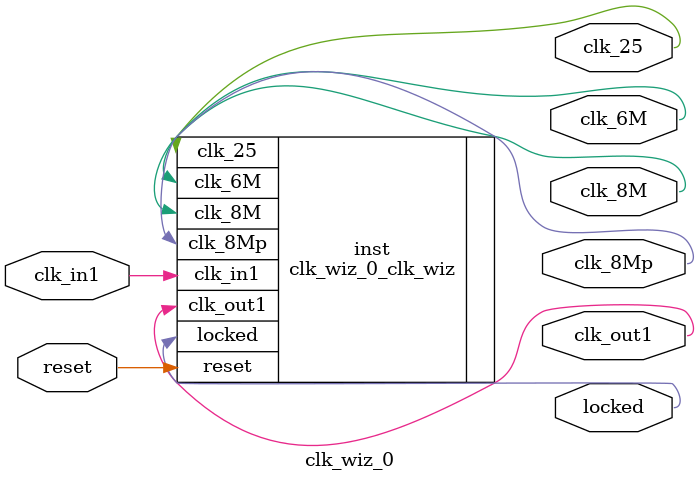
<source format=v>


`timescale 1ps/1ps

(* CORE_GENERATION_INFO = "clk_wiz_0,clk_wiz_v6_0_1_0_0,{component_name=clk_wiz_0,use_phase_alignment=true,use_min_o_jitter=false,use_max_i_jitter=false,use_dyn_phase_shift=false,use_inclk_switchover=false,use_dyn_reconfig=false,enable_axi=0,feedback_source=FDBK_AUTO,PRIMITIVE=MMCM,num_out_clk=5,clkin1_period=10.000,clkin2_period=10.000,use_power_down=false,use_reset=true,use_locked=true,use_inclk_stopped=false,feedback_type=SINGLE,CLOCK_MGR_TYPE=NA,manual_override=false}" *)

module clk_wiz_0 
 (
  // Clock out ports
  output        clk_out1,
  output        clk_25,
  output        clk_8M,
  output        clk_6M,
  output        clk_8Mp,
  // Status and control signals
  input         reset,
  output        locked,
 // Clock in ports
  input         clk_in1
 );

  clk_wiz_0_clk_wiz inst
  (
  // Clock out ports  
  .clk_out1(clk_out1),
  .clk_25(clk_25),
  .clk_8M(clk_8M),
  .clk_6M(clk_6M),
  .clk_8Mp(clk_8Mp),
  // Status and control signals               
  .reset(reset), 
  .locked(locked),
 // Clock in ports
  .clk_in1(clk_in1)
  );

endmodule

</source>
